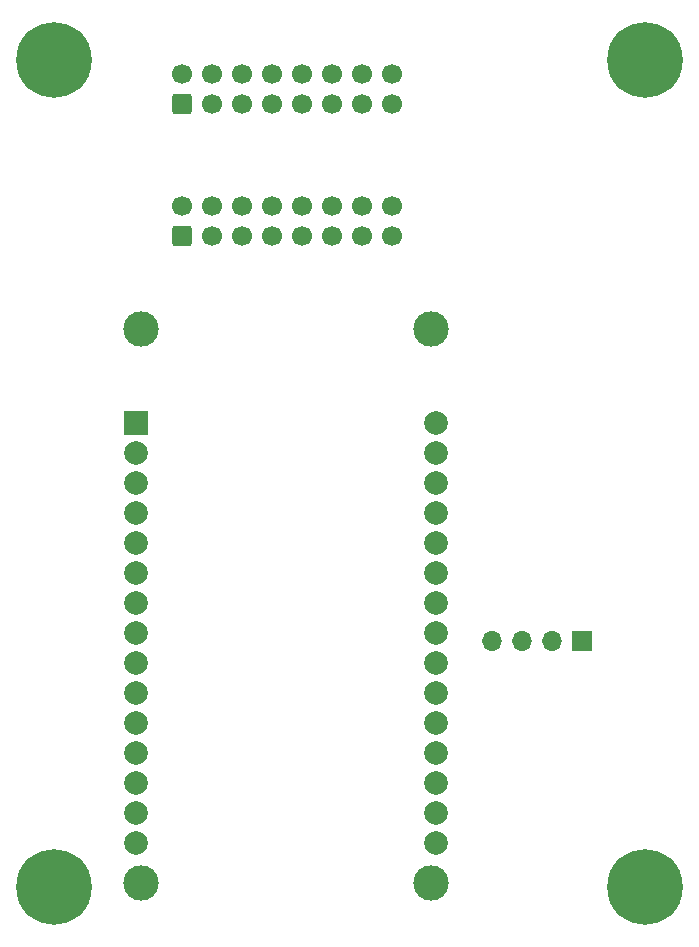
<source format=gbr>
%TF.GenerationSoftware,KiCad,Pcbnew,7.0.1-3b83917a11~172~ubuntu22.04.1*%
%TF.CreationDate,2023-03-21T01:48:29+08:00*%
%TF.ProjectId,PX Martix Board,5058204d-6172-4746-9978-20426f617264,rev?*%
%TF.SameCoordinates,Original*%
%TF.FileFunction,Soldermask,Top*%
%TF.FilePolarity,Negative*%
%FSLAX46Y46*%
G04 Gerber Fmt 4.6, Leading zero omitted, Abs format (unit mm)*
G04 Created by KiCad (PCBNEW 7.0.1-3b83917a11~172~ubuntu22.04.1) date 2023-03-21 01:48:29*
%MOMM*%
%LPD*%
G01*
G04 APERTURE LIST*
G04 Aperture macros list*
%AMRoundRect*
0 Rectangle with rounded corners*
0 $1 Rounding radius*
0 $2 $3 $4 $5 $6 $7 $8 $9 X,Y pos of 4 corners*
0 Add a 4 corners polygon primitive as box body*
4,1,4,$2,$3,$4,$5,$6,$7,$8,$9,$2,$3,0*
0 Add four circle primitives for the rounded corners*
1,1,$1+$1,$2,$3*
1,1,$1+$1,$4,$5*
1,1,$1+$1,$6,$7*
1,1,$1+$1,$8,$9*
0 Add four rect primitives between the rounded corners*
20,1,$1+$1,$2,$3,$4,$5,0*
20,1,$1+$1,$4,$5,$6,$7,0*
20,1,$1+$1,$6,$7,$8,$9,0*
20,1,$1+$1,$8,$9,$2,$3,0*%
G04 Aperture macros list end*
%ADD10C,3.000000*%
%ADD11R,2.000000X2.000000*%
%ADD12C,2.000000*%
%ADD13C,0.800000*%
%ADD14C,6.400000*%
%ADD15RoundRect,0.250000X0.600000X-0.600000X0.600000X0.600000X-0.600000X0.600000X-0.600000X-0.600000X0*%
%ADD16C,1.700000*%
%ADD17R,1.700000X1.700000*%
%ADD18O,1.700000X1.700000*%
G04 APERTURE END LIST*
D10*
%TO.C,U1*%
X114350000Y-66769472D03*
X138860000Y-66769472D03*
X114350000Y-113719472D03*
X138860000Y-113719472D03*
D11*
X113930000Y-74729472D03*
D12*
X113930000Y-77269472D03*
X113930000Y-79809472D03*
X113930000Y-82349472D03*
X113930000Y-84889472D03*
X113930000Y-87429472D03*
X113930000Y-89969472D03*
X113930000Y-92509472D03*
X113930000Y-95049472D03*
X113930000Y-97589472D03*
X113930000Y-100129472D03*
X113930000Y-102669472D03*
X113930000Y-105209472D03*
X113930000Y-107749472D03*
X113930000Y-110289472D03*
X139330000Y-110289472D03*
X139330000Y-107749472D03*
X139330000Y-105209472D03*
X139330000Y-102669472D03*
X139330000Y-100129472D03*
X139330000Y-97589472D03*
X139330000Y-95049472D03*
X139330000Y-92509472D03*
X139330000Y-89969472D03*
X139330000Y-87429472D03*
X139330000Y-84889472D03*
X139330000Y-82349472D03*
X139330000Y-79809472D03*
X139330000Y-77269472D03*
X139330000Y-74729472D03*
%TD*%
D13*
%TO.C,M3*%
X157000000Y-46400000D03*
X154600000Y-44000000D03*
X158697056Y-45697056D03*
D14*
X157000000Y-44000000D03*
D13*
X155302944Y-45697056D03*
X159400000Y-44000000D03*
X158697056Y-42302944D03*
X157000000Y-41600000D03*
X155302944Y-42302944D03*
%TD*%
D15*
%TO.C,J3*%
X117840000Y-47752500D03*
D16*
X117840000Y-45212500D03*
X120380000Y-47752500D03*
X120380000Y-45212500D03*
X122920000Y-47752500D03*
X122920000Y-45212500D03*
X125460000Y-47752500D03*
X125460000Y-45212500D03*
X128000000Y-47752500D03*
X128000000Y-45212500D03*
X130540000Y-47752500D03*
X130540000Y-45212500D03*
X133080000Y-47752500D03*
X133080000Y-45212500D03*
X135620000Y-47752500D03*
X135620000Y-45212500D03*
%TD*%
D14*
%TO.C,M3*%
X157000000Y-114000000D03*
D13*
X158697056Y-115697056D03*
X155302944Y-115697056D03*
X157000000Y-116400000D03*
X155302944Y-112302944D03*
X159400000Y-114000000D03*
X154600000Y-114000000D03*
X158697056Y-112302944D03*
X157000000Y-111600000D03*
%TD*%
%TO.C,M3*%
X105302944Y-42302944D03*
X105302944Y-45697056D03*
X109400000Y-44000000D03*
X108697056Y-45697056D03*
X108697056Y-42302944D03*
X107000000Y-46400000D03*
X107000000Y-41600000D03*
D14*
X107000000Y-44000000D03*
D13*
X104600000Y-44000000D03*
%TD*%
D15*
%TO.C,J2*%
X117840000Y-58896972D03*
D16*
X117840000Y-56356972D03*
X120380000Y-58896972D03*
X120380000Y-56356972D03*
X122920000Y-58896972D03*
X122920000Y-56356972D03*
X125460000Y-58896972D03*
X125460000Y-56356972D03*
X128000000Y-58896972D03*
X128000000Y-56356972D03*
X130540000Y-58896972D03*
X130540000Y-56356972D03*
X133080000Y-58896972D03*
X133080000Y-56356972D03*
X135620000Y-58896972D03*
X135620000Y-56356972D03*
%TD*%
D17*
%TO.C,J1*%
X151670000Y-93200000D03*
D18*
X149130000Y-93200000D03*
X146590000Y-93200000D03*
X144050000Y-93200000D03*
%TD*%
D13*
%TO.C,M3*%
X108697056Y-115697056D03*
X105302944Y-112302944D03*
X105302944Y-115697056D03*
X104600000Y-114000000D03*
X109400000Y-114000000D03*
X107000000Y-116400000D03*
X107000000Y-111600000D03*
D14*
X107000000Y-114000000D03*
D13*
X108697056Y-112302944D03*
%TD*%
M02*

</source>
